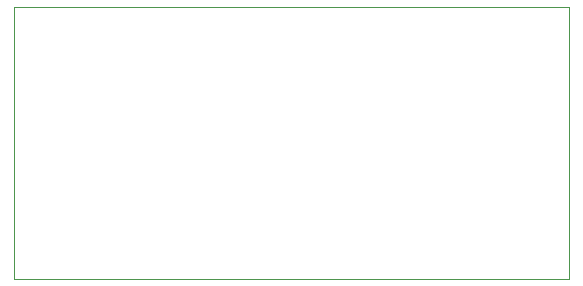
<source format=gbr>
%TF.GenerationSoftware,KiCad,Pcbnew,8.0.6*%
%TF.CreationDate,2025-02-16T10:37:52+01:00*%
%TF.ProjectId,USBTempLogger,55534254-656d-4704-9c6f-676765722e6b,rev?*%
%TF.SameCoordinates,Original*%
%TF.FileFunction,Profile,NP*%
%FSLAX46Y46*%
G04 Gerber Fmt 4.6, Leading zero omitted, Abs format (unit mm)*
G04 Created by KiCad (PCBNEW 8.0.6) date 2025-02-16 10:37:52*
%MOMM*%
%LPD*%
G01*
G04 APERTURE LIST*
%TA.AperFunction,Profile*%
%ADD10C,0.050000*%
%TD*%
G04 APERTURE END LIST*
D10*
X137000000Y-85000000D02*
X184000000Y-85000000D01*
X184000000Y-108000000D01*
X137000000Y-108000000D01*
X137000000Y-85000000D01*
M02*

</source>
